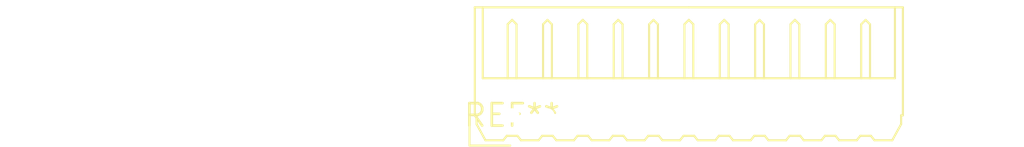
<source format=kicad_pcb>
(kicad_pcb (version 20240108) (generator pcbnew)
  (layers (0 "F.Cu" signal) (31 "B.Cu" signal) (34 "B.Paste" user) (35 "F.Paste" user) (36 "B.SilkS" user "B.Silkscreen") (37 "F.SilkS" user "F.Silkscreen") (38 "B.Mask" user) (39 "F.Mask" user) (44 "Edge.Cuts" user))
  (net 0 "")
  (footprint "Molex_Micro-Latch_53254-1170_1x11_P2.00mm_Horizontal" (layer "F.Cu") (at 0 0)
    (property "Reference" "REF**")
    (property "Value" "Molex_Micro-Latch_53254-1170_1x11_P2.00mm_Horizontal")
    (fp_line (start -2.41 1.71) (end -2.41 -0.59) (layer "F.SilkS") (stroke (width 0.12)))
    (fp_line (start -2.11 -6.11) (end 10 -6.11) (layer "F.SilkS") (stroke (width 0.12)))
    (fp_line (start -2.11 0) (end -2.11 -6.11) (layer "F.SilkS") (stroke (width 0.12)))
    (fp_line (start -2.01 0) (end -2.11 0) (layer "F.SilkS") (stroke (width 0.12)))
    (fp_line (start -2.01 0.5) (end -2.01 0) (layer "F.SilkS") (stroke (width 0.12)))
    (fp_line (start -1.66 -6.11) (end -1.66 -2.1) (layer "F.SilkS") (stroke (width 0.12)))
    (fp_line (start -1.66 -2.1) (end 21.66 -2.1) (layer "F.SilkS") (stroke (width 0.12)))
    (fp_line (start -1.51 1.41) (end -2.01 0.5) (layer "F.SilkS") (stroke (width 0.12)))
    (fp_line (start -0.5 1.41) (end -1.51 1.41) (layer "F.SilkS") (stroke (width 0.12)))
    (fp_line (start -0.3 1.16) (end -0.5 1.41) (layer "F.SilkS") (stroke (width 0.12)))
    (fp_line (start -0.3 1.16) (end 0.3 1.16) (layer "F.SilkS") (stroke (width 0.12)))
    (fp_line (start -0.25 -5.15) (end 0 -5.4) (layer "F.SilkS") (stroke (width 0.12)))
    (fp_line (start -0.25 -2.1) (end -0.25 -5.15) (layer "F.SilkS") (stroke (width 0.12)))
    (fp_line (start -0.11 1.71) (end -2.41 1.71) (layer "F.SilkS") (stroke (width 0.12)))
    (fp_line (start 0 -5.4) (end 0.25 -5.15) (layer "F.SilkS") (stroke (width 0.12)))
    (fp_line (start 0.25 -5.15) (end 0.25 -2.1) (layer "F.SilkS") (stroke (width 0.12)))
    (fp_line (start 0.3 1.16) (end 0.5 1.41) (layer "F.SilkS") (stroke (width 0.12)))
    (fp_line (start 0.5 1.41) (end 1.5 1.41) (layer "F.SilkS") (stroke (width 0.12)))
    (fp_line (start 1.5 1.41) (end 1.7 1.16) (layer "F.SilkS") (stroke (width 0.12)))
    (fp_line (start 1.7 1.16) (end 2.3 1.16) (layer "F.SilkS") (stroke (width 0.12)))
    (fp_line (start 1.75 -5.15) (end 2 -5.4) (layer "F.SilkS") (stroke (width 0.12)))
    (fp_line (start 1.75 -2.1) (end 1.75 -5.15) (layer "F.SilkS") (stroke (width 0.12)))
    (fp_line (start 2 -5.4) (end 2.25 -5.15) (layer "F.SilkS") (stroke (width 0.12)))
    (fp_line (start 2.25 -5.15) (end 2.25 -2.1) (layer "F.SilkS") (stroke (width 0.12)))
    (fp_line (start 2.3 1.16) (end 2.5 1.41) (layer "F.SilkS") (stroke (width 0.12)))
    (fp_line (start 2.5 1.41) (end 3.5 1.41) (layer "F.SilkS") (stroke (width 0.12)))
    (fp_line (start 3.5 1.41) (end 3.7 1.16) (layer "F.SilkS") (stroke (width 0.12)))
    (fp_line (start 3.7 1.16) (end 4.3 1.16) (layer "F.SilkS") (stroke (width 0.12)))
    (fp_line (start 3.75 -5.15) (end 4 -5.4) (layer "F.SilkS") (stroke (width 0.12)))
    (fp_line (start 3.75 -2.1) (end 3.75 -5.15) (layer "F.SilkS") (stroke (width 0.12)))
    (fp_line (start 4 -5.4) (end 4.25 -5.15) (layer "F.SilkS") (stroke (width 0.12)))
    (fp_line (start 4.25 -5.15) (end 4.25 -2.1) (layer "F.SilkS") (stroke (width 0.12)))
    (fp_line (start 4.3 1.16) (end 4.5 1.41) (layer "F.SilkS") (stroke (width 0.12)))
    (fp_line (start 4.5 1.41) (end 5.5 1.41) (layer "F.SilkS") (stroke (width 0.12)))
    (fp_line (start 5.5 1.41) (end 5.7 1.16) (layer "F.SilkS") (stroke (width 0.12)))
    (fp_line (start 5.7 1.16) (end 6.3 1.16) (layer "F.SilkS") (stroke (width 0.12)))
    (fp_line (start 5.75 -5.15) (end 6 -5.4) (layer "F.SilkS") (stroke (width 0.12)))
    (fp_line (start 5.75 -2.1) (end 5.75 -5.15) (layer "F.SilkS") (stroke (width 0.12)))
    (fp_line (start 6 -5.4) (end 6.25 -5.15) (layer "F.SilkS") (stroke (width 0.12)))
    (fp_line (start 6.25 -5.15) (end 6.25 -2.1) (layer "F.SilkS") (stroke (width 0.12)))
    (fp_line (start 6.3 1.16) (end 6.5 1.41) (layer "F.SilkS") (stroke (width 0.12)))
    (fp_line (start 6.5 1.41) (end 7.5 1.41) (layer "F.SilkS") (stroke (width 0.12)))
    (fp_line (start 7.5 1.41) (end 7.7 1.16) (layer "F.SilkS") (stroke (width 0.12)))
    (fp_line (start 7.7 1.16) (end 8.3 1.16) (layer "F.SilkS") (stroke (width 0.12)))
    (fp_line (start 7.75 -5.15) (end 8 -5.4) (layer "F.SilkS") (stroke (width 0.12)))
    (fp_line (start 7.75 -2.1) (end 7.75 -5.15) (layer "F.SilkS") (stroke (width 0.12)))
    (fp_line (start 8 -5.4) (end 8.25 -5.15) (layer "F.SilkS") (stroke (width 0.12)))
    (fp_line (start 8.25 -5.15) (end 8.25 -2.1) (layer "F.SilkS") (stroke (width 0.12)))
    (fp_line (start 8.3 1.16) (end 8.5 1.41) (layer "F.SilkS") (stroke (width 0.12)))
    (fp_line (start 8.5 1.41) (end 9.5 1.41) (layer "F.SilkS") (stroke (width 0.12)))
    (fp_line (start 9.5 1.41) (end 9.7 1.16) (layer "F.SilkS") (stroke (width 0.12)))
    (fp_line (start 9.7 1.16) (end 10.3 1.16) (layer "F.SilkS") (stroke (width 0.12)))
    (fp_line (start 9.75 -5.15) (end 10 -5.4) (layer "F.SilkS") (stroke (width 0.12)))
    (fp_line (start 9.75 -2.1) (end 9.75 -5.15) (layer "F.SilkS") (stroke (width 0.12)))
    (fp_line (start 10 -5.4) (end 10.25 -5.15) (layer "F.SilkS") (stroke (width 0.12)))
    (fp_line (start 10.25 -5.15) (end 10.25 -2.1) (layer "F.SilkS") (stroke (width 0.12)))
    (fp_line (start 10.3 1.16) (end 10.5 1.41) (layer "F.SilkS") (stroke (width 0.12)))
    (fp_line (start 10.5 1.41) (end 11.5 1.41) (layer "F.SilkS") (stroke (width 0.12)))
    (fp_line (start 11.5 1.41) (end 11.7 1.16) (layer "F.SilkS") (stroke (width 0.12)))
    (fp_line (start 11.7 1.16) (end 12.3 1.16) (layer "F.SilkS") (stroke (width 0.12)))
    (fp_line (start 11.75 -5.15) (end 12 -5.4) (layer "F.SilkS") (stroke (width 0.12)))
    (fp_line (start 11.75 -2.1) (end 11.75 -5.15) (layer "F.SilkS") (stroke (width 0.12)))
    (fp_line (start 12 -5.4) (end 12.25 -5.15) (layer "F.SilkS") (stroke (width 0.12)))
    (fp_line (start 12.25 -5.15) (end 12.25 -2.1) (layer "F.SilkS") (stroke (width 0.12)))
    (fp_line (start 12.3 1.16) (end 12.5 1.41) (layer "F.SilkS") (stroke (width 0.12)))
    (fp_line (start 12.5 1.41) (end 13.5 1.41) (layer "F.SilkS") (stroke (width 0.12)))
    (fp_line (start 13.5 1.41) (end 13.7 1.16) (layer "F.SilkS") (stroke (width 0.12)))
    (fp_line (start 13.7 1.16) (end 14.3 1.16) (layer "F.SilkS") (stroke (width 0.12)))
    (fp_line (start 13.75 -5.15) (end 14 -5.4) (layer "F.SilkS") (stroke (width 0.12)))
    (fp_line (start 13.75 -2.1) (end 13.75 -5.15) (layer "F.SilkS") (stroke (width 0.12)))
    (fp_line (start 14 -5.4) (end 14.25 -5.15) (layer "F.SilkS") (stroke (width 0.12)))
    (fp_line (start 14.25 -5.15) (end 14.25 -2.1) (layer "F.SilkS") (stroke (width 0.12)))
    (fp_line (start 14.3 1.16) (end 14.5 1.41) (layer "F.SilkS") (stroke (width 0.12)))
    (fp_line (start 14.5 1.41) (end 15.5 1.41) (layer "F.SilkS") (stroke (width 0.12)))
    (fp_line (start 15.5 1.41) (end 15.7 1.16) (layer "F.SilkS") (stroke (width 0.12)))
    (fp_line (start 15.7 1.16) (end 16.3 1.16) (layer "F.SilkS") (stroke (width 0.12)))
    (fp_line (start 15.75 -5.15) (end 16 -5.4) (layer "F.SilkS") (stroke (width 0.12)))
    (fp_line (start 15.75 -2.1) (end 15.75 -5.15) (layer "F.SilkS") (stroke (width 0.12)))
    (fp_line (start 16 -5.4) (end 16.25 -5.15) (layer "F.SilkS") (stroke (width 0.12)))
    (fp_line (start 16.25 -5.15) (end 16.25 -2.1) (layer "F.SilkS") (stroke (width 0.12)))
    (fp_line (start 16.3 1.16) (end 16.5 1.41) (layer "F.SilkS") (stroke (width 0.12)))
    (fp_line (start 16.5 1.41) (end 17.5 1.41) (layer "F.SilkS") (stroke (width 0.12)))
    (fp_line (start 17.5 1.41) (end 17.7 1.16) (layer "F.SilkS") (stroke (width 0.12)))
    (fp_line (start 17.7 1.16) (end 18.3 1.16) (layer "F.SilkS") (stroke (width 0.12)))
    (fp_line (start 17.75 -5.15) (end 18 -5.4) (layer "F.SilkS") (stroke (width 0.12)))
    (fp_line (start 17.75 -2.1) (end 17.75 -5.15) (layer "F.SilkS") (stroke (width 0.12)))
    (fp_line (start 18 -5.4) (end 18.25 -5.15) (layer "F.SilkS") (stroke (width 0.12)))
    (fp_line (start 18.25 -5.15) (end 18.25 -2.1) (layer "F.SilkS") (stroke (width 0.12)))
    (fp_line (start 18.3 1.16) (end 18.5 1.41) (layer "F.SilkS") (stroke (width 0.12)))
    (fp_line (start 18.5 1.41) (end 19.5 1.41) (layer "F.SilkS") (stroke (width 0.12)))
    (fp_line (start 19.5 1.41) (end 19.7 1.16) (layer "F.SilkS") (stroke (width 0.12)))
    (fp_line (start 19.7 1.16) (end 20.3 1.16) (layer "F.SilkS") (stroke (width 0.12)))
    (fp_line (start 19.75 -5.15) (end 20 -5.4) (layer "F.SilkS") (stroke (width 0.12)))
    (fp_line (start 19.75 -2.1) (end 19.75 -5.15) (layer "F.SilkS") (stroke (width 0.12)))
    (fp_line (start 20 -5.4) (end 20.25 -5.15) (layer "F.SilkS") (stroke (width 0.12)))
    (fp_line (start 20.25 -5.15) (end 20.25 -2.1) (layer "F.SilkS") (stroke (width 0.12)))
    (fp_line (start 20.3 1.16) (end 20.5 1.41) (layer "F.SilkS") (stroke (width 0.12)))
    (fp_line (start 20.5 1.41) (end 21.51 1.41) (layer "F.SilkS") (stroke (width 0.12)))
    (fp_line (start 21.51 1.41) (end 22.01 0.5) (layer "F.SilkS") (stroke (width 0.12)))
    (fp_line (start 21.66 -2.1) (end 21.66 -6.11) (layer "F.SilkS") (stroke (width 0.12)))
    (fp_line (start 22.01 0) (end 22.11 0) (layer "F.SilkS") (stroke (width 0.12)))
    (fp_line (start 22.01 0.5) (end 22.01 0) (layer "F.SilkS") (stroke (width 0.12)))
    (fp_line (start 22.11 -6.11) (end 10 -6.11) (layer "F.SilkS") (stroke (width 0.12)))
    (fp_line (start 22.11 0) (end 22.11 -6.11) (layer "F.SilkS") (stroke (width 0.12)))
    (pad "1" thru_hole roundrect (at 0 0) (size 1.2 1.8) (drill 0.8) (layers *.Cu *.Mask) (remove_unused_layers) (roundrect_rratio 0.208333))
    (pad "2" thru_hole oval (at 2 0) (size 1.2 1.8) (drill 0.8) (layers *.Cu *.Mask) (remove_unused_layers))
    (pad "3" thru_hole oval (at 4 0) (size 1.2 1.8) (drill 0.8) (layers *.Cu *.Mask) (remove_unused_layers))
    (pad "4" thru_hole oval (at 6 0) (size 1.2 1.8) (drill 0.8) (layers *.Cu *.Mask) (remove_unused_layers))
    (pad "5" thru_hole oval (at 8 0) (size 1.2 1.8) (drill 0.8) (layers *.Cu *.Mask) (remove_unused_layers))
    (pad "6" thru_hole oval (at 10 0) (size 1.2 1.8) (drill 0.8) (layers *.Cu *.Mask) (remove_unused_layers))
    (pad "7" thru_hole oval (at 12 0) (size 1.2 1.8) (drill 0.8) (layers *.Cu *.Mask) (remove_unused_layers))
    (pad "8" thru_hole oval (at 14 0) (size 1.2 1.8) (drill 0.8) (layers *.Cu *.Mask) (remove_unused_layers))
    (pad "9" thru_hole oval (at 16 0) (size 1.2 1.8) (drill 0.8) (layers *.Cu *.Mask) (remove_unused_layers))
    (pad "10" thru_hole oval (at 18 0) (size 1.2 1.8) (drill 0.8) (layers *.Cu *.Mask) (remove_unused_layers))
    (pad "11" thru_hole oval (at 20 0) (size 1.2 1.8) (drill 0.8) (layers *.Cu *.Mask) (remove_unused_layers))
  )
)
</source>
